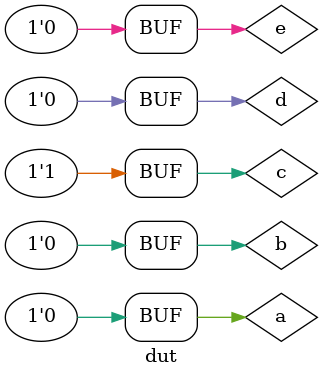
<source format=sv>
module dut (/*output logic[80:0] a, output logic[80:0] b*/);
   assign a =    147573952589676412928;
   assign b = 'sd147573952589676412928;
   assign c =     18446744073709551615; // 2^64
   assign d =     18446744073709551616; // 2^64 + 1
   assign e =    -18446744073709551616; // 2^64 + 1

endmodule

</source>
